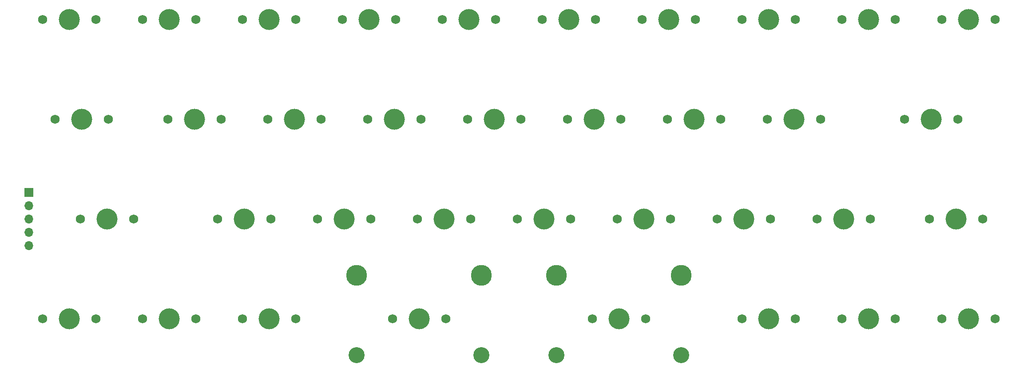
<source format=gts>
%TF.GenerationSoftware,KiCad,Pcbnew,8.0.5*%
%TF.CreationDate,2024-10-22T20:51:29-04:00*%
%TF.ProjectId,trad,74726164-2e6b-4696-9361-645f70636258,rev?*%
%TF.SameCoordinates,PX1c62fe0PY650e7e0*%
%TF.FileFunction,Soldermask,Top*%
%TF.FilePolarity,Negative*%
%FSLAX46Y46*%
G04 Gerber Fmt 4.6, Leading zero omitted, Abs format (unit mm)*
G04 Created by KiCad (PCBNEW 8.0.5) date 2024-10-22 20:51:29*
%MOMM*%
%LPD*%
G01*
G04 APERTURE LIST*
%ADD10C,1.750000*%
%ADD11C,4.000000*%
%ADD12C,3.987800*%
%ADD13C,3.048000*%
%ADD14R,1.700000X1.700000*%
%ADD15O,1.700000X1.700000*%
G04 APERTURE END LIST*
D10*
%TO.C,MX26*%
X133032385Y28574976D03*
D11*
X138112384Y28574976D03*
D10*
X143192383Y28574976D03*
%TD*%
%TO.C,MX11*%
X6826240Y47624959D03*
D11*
X11906239Y47624959D03*
D10*
X16986238Y47624959D03*
%TD*%
%TO.C,MX27*%
X152082369Y28574976D03*
D11*
X157162368Y28574976D03*
D10*
X162242367Y28574976D03*
%TD*%
%TO.C,MX10*%
X175894850Y66674943D03*
D11*
X180974849Y66674943D03*
D10*
X186054848Y66674943D03*
%TD*%
%TO.C,MX36*%
X175894849Y9524992D03*
D11*
X180974848Y9524992D03*
D10*
X186054847Y9524992D03*
%TD*%
%TO.C,MX32*%
X71119937Y9524992D03*
D11*
X76199936Y9524992D03*
D10*
X81279935Y9524992D03*
%TD*%
%TO.C,MX2*%
X23494977Y66674943D03*
D11*
X28574976Y66674943D03*
D10*
X33654975Y66674943D03*
%TD*%
%TO.C,MX28*%
X173513601Y28574975D03*
D11*
X178593600Y28574975D03*
D10*
X183673599Y28574975D03*
%TD*%
%TO.C,MX24*%
X94932417Y28574975D03*
D11*
X100012416Y28574975D03*
D10*
X105092415Y28574975D03*
%TD*%
%TO.C,MX19*%
X168751105Y47624959D03*
D11*
X173831104Y47624959D03*
D10*
X178911103Y47624959D03*
%TD*%
%TO.C,MX34*%
X137794880Y9524992D03*
D11*
X142874879Y9524992D03*
D10*
X147954878Y9524992D03*
%TD*%
D12*
%TO.C,S2*%
X126206155Y17779992D03*
D13*
X126206154Y2539992D03*
X102393654Y2539992D03*
D12*
X102393653Y17779992D03*
%TD*%
D10*
%TO.C,MX22*%
X56832449Y28574975D03*
D11*
X61912448Y28574975D03*
D10*
X66992447Y28574975D03*
%TD*%
%TO.C,MX23*%
X75882433Y28574975D03*
D11*
X80962432Y28574975D03*
D10*
X86042431Y28574975D03*
%TD*%
%TO.C,MX3*%
X42544960Y66674943D03*
D11*
X47624959Y66674943D03*
D10*
X52704958Y66674943D03*
%TD*%
%TO.C,MX30*%
X23494977Y9524992D03*
D11*
X28574976Y9524992D03*
D10*
X33654975Y9524992D03*
%TD*%
%TO.C,MX15*%
X85407425Y47624960D03*
D11*
X90487424Y47624960D03*
D10*
X95567423Y47624960D03*
%TD*%
%TO.C,MX1*%
X4444993Y66674943D03*
D11*
X9524992Y66674943D03*
D10*
X14604991Y66674943D03*
%TD*%
%TO.C,MX4*%
X61594944Y66674943D03*
D11*
X66674943Y66674943D03*
D10*
X71754942Y66674943D03*
%TD*%
D12*
%TO.C,S1*%
X88106187Y17779992D03*
D13*
X88106186Y2539992D03*
X64293686Y2539992D03*
D12*
X64293685Y17779992D03*
%TD*%
D10*
%TO.C,MX6*%
X99694913Y66674943D03*
D11*
X104774912Y66674943D03*
D10*
X109854911Y66674943D03*
%TD*%
%TO.C,MX5*%
X80644929Y66674943D03*
D11*
X85724928Y66674943D03*
D10*
X90804927Y66674943D03*
%TD*%
%TO.C,MX14*%
X66357441Y47624960D03*
D11*
X71437440Y47624960D03*
D10*
X76517439Y47624960D03*
%TD*%
%TO.C,MX35*%
X156844865Y9524992D03*
D11*
X161924864Y9524992D03*
D10*
X167004863Y9524992D03*
%TD*%
%TO.C,MX8*%
X137794881Y66674943D03*
D11*
X142874880Y66674943D03*
D10*
X147954879Y66674943D03*
%TD*%
%TO.C,MX20*%
X11588737Y28574976D03*
D11*
X16668736Y28574976D03*
D10*
X21748735Y28574976D03*
%TD*%
%TO.C,MX7*%
X118744897Y66674943D03*
D11*
X123824896Y66674943D03*
D10*
X128904895Y66674943D03*
%TD*%
%TO.C,MX16*%
X104457408Y47624959D03*
D11*
X109537407Y47624959D03*
D10*
X114617406Y47624959D03*
%TD*%
%TO.C,MX12*%
X28257473Y47624959D03*
D11*
X33337472Y47624959D03*
D10*
X38417471Y47624959D03*
%TD*%
%TO.C,MX9*%
X156844865Y66674943D03*
D11*
X161924864Y66674943D03*
D10*
X167004863Y66674943D03*
%TD*%
%TO.C,MX21*%
X37782465Y28574976D03*
D11*
X42862464Y28574976D03*
D10*
X47942463Y28574976D03*
%TD*%
%TO.C,MX29*%
X4444993Y9524992D03*
D11*
X9524992Y9524992D03*
D10*
X14604991Y9524992D03*
%TD*%
%TO.C,MX33*%
X109219905Y9524992D03*
D11*
X114299904Y9524992D03*
D10*
X119379903Y9524992D03*
%TD*%
%TO.C,MX31*%
X42544961Y9524992D03*
D11*
X47624960Y9524992D03*
D10*
X52704959Y9524992D03*
%TD*%
%TO.C,MX17*%
X123507393Y47624959D03*
D11*
X128587392Y47624959D03*
D10*
X133667391Y47624959D03*
%TD*%
%TO.C,MX13*%
X47307457Y47624959D03*
D11*
X52387456Y47624959D03*
D10*
X57467455Y47624959D03*
%TD*%
%TO.C,MX25*%
X113982401Y28574976D03*
D11*
X119062400Y28574976D03*
D10*
X124142399Y28574976D03*
%TD*%
%TO.C,MX18*%
X142557377Y47624959D03*
D11*
X147637376Y47624959D03*
D10*
X152717375Y47624959D03*
%TD*%
D14*
%TO.C,J2*%
X1785936Y33649975D03*
D15*
X1785936Y31109975D03*
X1785936Y28569976D03*
X1785936Y26029975D03*
X1785936Y23489975D03*
%TD*%
M02*

</source>
